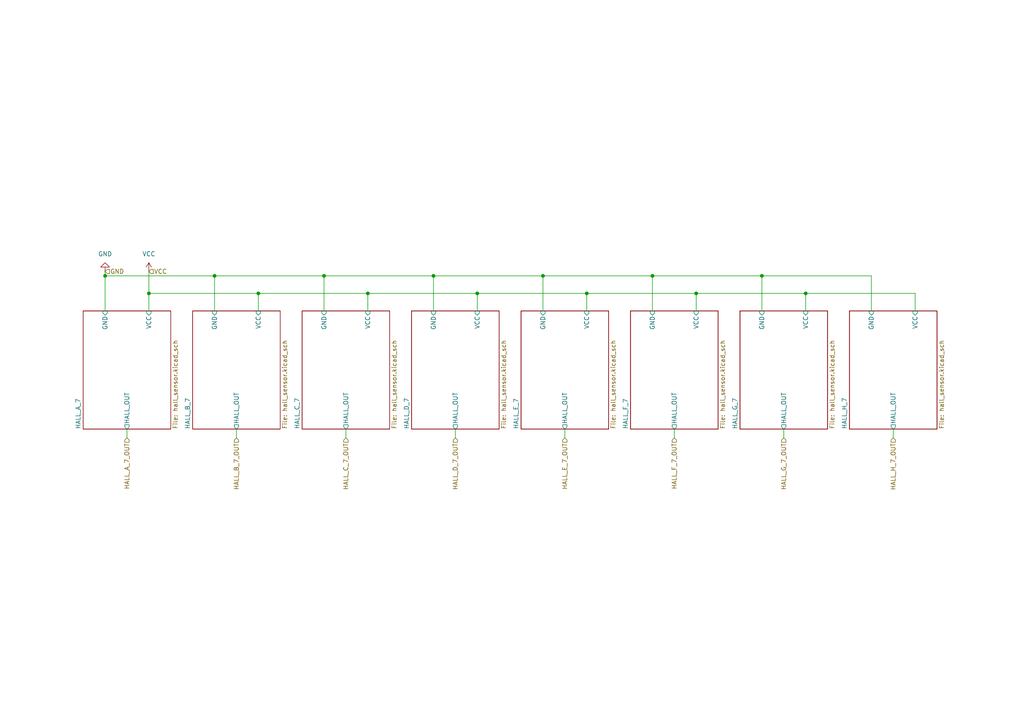
<source format=kicad_sch>
(kicad_sch (version 20250114) (generator "eeschema") (generator_version "9.0")
  (paper "A4")
  (lib_symbols
    (symbol "power:GND" (power) (pin_numbers (hide yes)) (pin_names (offset 0) (hide yes))
      (property "Value" "GND" (at 0 -3.81 0))
      (symbol "GND_0_1"
        (polyline (pts (xy 0 0) (xy 0 -1.27) (xy 1.27 -1.27) (xy 0 -2.54) (xy -1.27 -1.27) (xy 0 -1.27)))
      )
      (symbol "GND_1_1"
        (pin power_in line (at 0 0 270) (length 0) (name "~") (number "1"))
      )
    )
    (symbol "power:VCC" (power) (pin_numbers (hide yes)) (pin_names (offset 0) (hide yes))
      (property "Value" "VCC" (at 0 3.556 0))
      (symbol "VCC_0_1"
        (polyline (pts (xy -0.762 1.27) (xy 0 2.54)))
        (polyline (pts (xy 0 2.54) (xy 0.762 1.27)))
        (polyline (pts (xy 0 0) (xy 0 2.54)))
      )
      (symbol "VCC_1_1"
        (pin power_in line (at 0 0 90) (length 0) (name "~") (number "1"))
      )
    )
  )
  (junction (at 233.68 85.09))
  (junction (at 74.93 85.09))
  (junction (at 138.43 85.09))
  (junction (at 201.93 85.09))
  (junction (at 220.98 80.01))
  (junction (at 43.18 85.09))
  (junction (at 62.23 80.01))
  (junction (at 30.48 80.01))
  (junction (at 170.18 85.09))
  (junction (at 93.98 80.01))
  (junction (at 106.68 85.09))
  (junction (at 125.73 80.01))
  (junction (at 157.48 80.01))
  (junction (at 189.23 80.01))
  (wire (pts (xy 265.43 85.09) (xy 265.43 90.17)))
  (wire (pts (xy 227.33 124.46) (xy 227.33 127)))
  (wire (pts (xy 74.93 85.09) (xy 74.93 90.17)))
  (wire (pts (xy 68.58 124.46) (xy 68.58 127)))
  (wire (pts (xy 138.43 85.09) (xy 170.18 85.09)))
  (wire (pts (xy 125.73 80.01) (xy 125.73 90.17)))
  (wire (pts (xy 259.08 124.46) (xy 259.08 127)))
  (wire (pts (xy 30.48 78.74) (xy 30.48 80.01)))
  (wire (pts (xy 62.23 80.01) (xy 93.98 80.01)))
  (wire (pts (xy 163.83 124.46) (xy 163.83 127)))
  (wire (pts (xy 43.18 78.74) (xy 43.18 85.09)))
  (wire (pts (xy 36.83 124.46) (xy 36.83 127)))
  (wire (pts (xy 62.23 80.01) (xy 62.23 90.17)))
  (wire (pts (xy 43.18 85.09) (xy 74.93 85.09)))
  (wire (pts (xy 220.98 80.01) (xy 220.98 90.17)))
  (wire (pts (xy 157.48 80.01) (xy 189.23 80.01)))
  (wire (pts (xy 43.18 85.09) (xy 43.18 90.17)))
  (wire (pts (xy 30.48 80.01) (xy 30.48 90.17)))
  (wire (pts (xy 125.73 80.01) (xy 157.48 80.01)))
  (wire (pts (xy 170.18 85.09) (xy 201.93 85.09)))
  (wire (pts (xy 233.68 85.09) (xy 233.68 90.17)))
  (wire (pts (xy 252.73 80.01) (xy 252.73 90.17)))
  (wire (pts (xy 189.23 80.01) (xy 220.98 80.01)))
  (wire (pts (xy 220.98 80.01) (xy 252.73 80.01)))
  (wire (pts (xy 93.98 80.01) (xy 125.73 80.01)))
  (wire (pts (xy 30.48 80.01) (xy 62.23 80.01)))
  (wire (pts (xy 100.33 124.46) (xy 100.33 127)))
  (wire (pts (xy 195.58 124.46) (xy 195.58 127)))
  (wire (pts (xy 132.08 124.46) (xy 132.08 127)))
  (wire (pts (xy 106.68 85.09) (xy 106.68 90.17)))
  (wire (pts (xy 157.48 80.01) (xy 157.48 90.17)))
  (wire (pts (xy 74.93 85.09) (xy 106.68 85.09)))
  (wire (pts (xy 170.18 85.09) (xy 170.18 90.17)))
  (wire (pts (xy 138.43 85.09) (xy 138.43 90.17)))
  (wire (pts (xy 201.93 85.09) (xy 201.93 90.17)))
  (wire (pts (xy 93.98 80.01) (xy 93.98 90.17)))
  (wire (pts (xy 201.93 85.09) (xy 233.68 85.09)))
  (wire (pts (xy 189.23 80.01) (xy 189.23 90.17)))
  (wire (pts (xy 233.68 85.09) (xy 265.43 85.09)))
  (wire (pts (xy 106.68 85.09) (xy 138.43 85.09)))
  (hierarchical_label "HALL_B_7_OUT" (shape input) (at 68.58 127 270))
  (hierarchical_label "GND" (shape input) (at 30.48 78.74 0))
  (hierarchical_label "HALL_G_7_OUT" (shape input) (at 227.33 127 270))
  (hierarchical_label "HALL_H_7_OUT" (shape input) (at 259.08 127 270))
  (hierarchical_label "HALL_E_7_OUT" (shape input) (at 163.83 127 270))
  (hierarchical_label "HALL_D_7_OUT" (shape input) (at 132.08 127 270))
  (hierarchical_label "HALL_C_7_OUT" (shape input) (at 100.33 127 270))
  (hierarchical_label "HALL_A_7_OUT" (shape input) (at 36.83 127 270))
  (hierarchical_label "HALL_F_7_OUT" (shape input) (at 195.58 127 270))
  (hierarchical_label "VCC" (shape input) (at 43.18 78.74 0))
  (symbol (lib_id "power:VCC") (at 43.18 78.74 0) (unit 1)
    (property "Reference" "#PWR069" (effects (hide yes)))
    (property "Value" "VCC" (at 43.18 73.66 0))
    (property "Description" "Power symbol creates a global label with name \"VCC\"" (effects (hide yes)))
  )
  (symbol (lib_id "power:GND") (at 30.48 78.74 180) (unit 1)
    (property "Reference" "#PWR070" (effects (hide yes)))
    (property "Value" "GND" (at 30.48 73.66 0))
    (property "Description" "Power symbol creates a global label with name \"GND\" , ground" (effects (hide yes)))
  )
  (sheet (at 182.88 90.17) (size 25.4 34.29) (stroke (width 0.1524))
    (property "Sheetname" "HALL_F_7" (at 182.1684 124.46 90) (effects (justify left bottom)))
    (property "Sheetfile" "hall_sensor.kicad_sch" (at 208.8646 124.46 90) (effects (justify left top)))
    (pin "GND" input (at 189.23 90.17 90))
    (pin "HALL_OUT" output (at 195.58 124.46 270))
    (pin "VCC" input (at 201.93 90.17 90))
  )
  (sheet (at 55.88 90.17) (size 25.4 34.29) (stroke (width 0.1524))
    (property "Sheetname" "HALL_B_7" (at 55.1684 124.46 90) (effects (justify left bottom)))
    (property "Sheetfile" "hall_sensor.kicad_sch" (at 81.8646 124.46 90) (effects (justify left top)))
    (pin "GND" input (at 62.23 90.17 90))
    (pin "HALL_OUT" output (at 68.58 124.46 270))
    (pin "VCC" input (at 74.93 90.17 90))
  )
  (sheet (at 151.13 90.17) (size 25.4 34.29) (stroke (width 0.1524))
    (property "Sheetname" "HALL_E_7" (at 150.4184 124.46 90) (effects (justify left bottom)))
    (property "Sheetfile" "hall_sensor.kicad_sch" (at 177.1146 124.46 90) (effects (justify left top)))
    (pin "GND" input (at 157.48 90.17 90))
    (pin "HALL_OUT" output (at 163.83 124.46 270))
    (pin "VCC" input (at 170.18 90.17 90))
  )
  (sheet (at 119.38 90.17) (size 25.4 34.29) (stroke (width 0.1524))
    (property "Sheetname" "HALL_D_7" (at 118.6684 124.46 90) (effects (justify left bottom)))
    (property "Sheetfile" "hall_sensor.kicad_sch" (at 145.3646 124.46 90) (effects (justify left top)))
    (pin "GND" input (at 125.73 90.17 90))
    (pin "HALL_OUT" output (at 132.08 124.46 270))
    (pin "VCC" input (at 138.43 90.17 90))
  )
  (sheet (at 246.38 90.17) (size 25.4 34.29) (stroke (width 0.1524))
    (property "Sheetname" "HALL_H_7" (at 245.6684 124.46 90) (effects (justify left bottom)))
    (property "Sheetfile" "hall_sensor.kicad_sch" (at 272.3646 124.46 90) (effects (justify left top)))
    (pin "GND" input (at 252.73 90.17 90))
    (pin "HALL_OUT" output (at 259.08 124.46 270))
    (pin "VCC" input (at 265.43 90.17 90))
  )
  (sheet (at 214.63 90.17) (size 25.4 34.29) (stroke (width 0.1524))
    (property "Sheetname" "HALL_G_7" (at 213.9184 124.46 90) (effects (justify left bottom)))
    (property "Sheetfile" "hall_sensor.kicad_sch" (at 240.6146 124.46 90) (effects (justify left top)))
    (pin "GND" input (at 220.98 90.17 90))
    (pin "HALL_OUT" output (at 227.33 124.46 270))
    (pin "VCC" input (at 233.68 90.17 90))
  )
  (sheet (at 87.63 90.17) (size 25.4 34.29) (stroke (width 0.1524))
    (property "Sheetname" "HALL_C_7" (at 86.9184 124.46 90) (effects (justify left bottom)))
    (property "Sheetfile" "hall_sensor.kicad_sch" (at 113.6146 124.46 90) (effects (justify left top)))
    (pin "GND" input (at 93.98 90.17 90))
    (pin "HALL_OUT" output (at 100.33 124.46 270))
    (pin "VCC" input (at 106.68 90.17 90))
  )
  (sheet (at 24.13 90.17) (size 25.4 34.29) (stroke (width 0.1524))
    (property "Sheetname" "HALL_A_7" (at 23.4184 124.46 90) (effects (justify left bottom)))
    (property "Sheetfile" "hall_sensor.kicad_sch" (at 50.1146 124.46 90) (effects (justify left top)))
    (pin "GND" input (at 30.48 90.17 90))
    (pin "HALL_OUT" output (at 36.83 124.46 270))
    (pin "VCC" input (at 43.18 90.17 90))
  )
)
</source>
